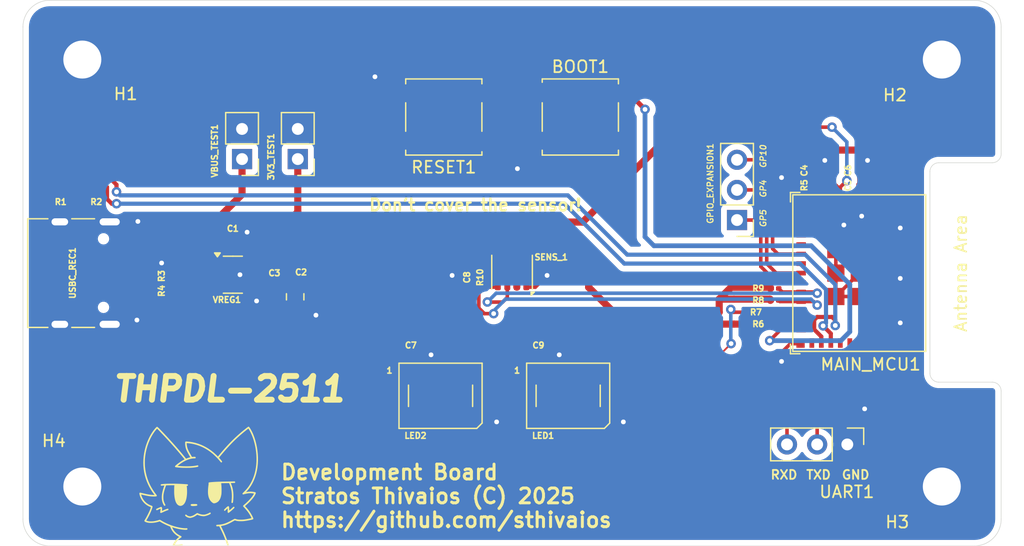
<source format=kicad_pcb>
(kicad_pcb (version 20241229) (generator "pcbnew") (generator_version "9.0")
  (title_block (title "ESP32-Powered BME680 Environmental Sensor IoT Device") (date "2025-11-25") (rev "2.0") (company "Stratos Thivaios (c) 2025") (comment 1 "Rev 2.0 moves the ESP32 module to the edge of the PCB to expose the antenna"))
  (layers (0 "F.Cu" signal) (2 "B.Cu" signal) (13 "F.Paste" user) (15 "B.Paste" user) (5 "F.SilkS" user "F.Silkscreen") (7 "B.SilkS" user "B.Silkscreen") (1 "F.Mask" user) (3 "B.Mask" user) (25 "Edge.Cuts" user))
  (net 0 "")
  (net 1 "GND")
  (net 2 "+3.3V")
  (net 3 "Net-(USBC_REC1-CC1)")
  (net 4 "Net-(USBC_REC1-CC2)")
  (net 5 "ESP32_BOOT_PIN_9")
  (net 6 "ESP32_EN_PIN")
  (net 7 "VBUS")
  (net 8 "GPIO5")
  (net 9 "GPIO4")
  (net 10 "GPIO10")
  (net 11 "SDA")
  (net 12 "SCL")
  (net 13 "Net-(LED1-DOUT)")
  (net 14 "Net-(LED1-DIN)")
  (net 16 "ESP32_LED_DATA_OUT")
  (net 18 "ESP32_RXD")
  (net 20 "USB_D_NEGATIVE")
  (net 27 "ESP32_TXD")
  (net 28 "USB_D_POSITIVE")
  (net 39 "Net-(SENS_1-SDO)")
  (net 41 "Net-(R1-Pad1)")
  (net 42 "Net-(R2-Pad1)")
  (footprint "Button_Switch_SMD:SW_Push_1P1T_NO_CK_KSC7xxJ" (layer "F.Cu") (at 161.55 79.89375 180)
    (property "Reference" "BOOT1")
    (property "Value" "SW_Push")
  )
  (footprint "Capacitor_SMD:C_0201_0603Metric" (layer "F.Cu") (at 135.28 94.122812 -90)
    (property "Reference" "C3")
    (property "Value" "2.2uF")
  )
  (footprint "Capacitor_SMD:C_0201_0603Metric" (layer "F.Cu") (at 147.620593 99.94375)
    (property "Reference" "C7" (hide yes))
    (property "Value" "0.1uF")
  )
  (footprint "Package_TO_SOT_SMD:SOT-23-5" (layer "F.Cu") (at 132.28 93.190312)
    (property "Reference" "VREG1")
    (property "Value" "AP2112K-3.3")
  )
  (footprint "Capacitor_SMD:C_0201_0603Metric" (layer "F.Cu") (at 153.1 92.109062 90)
    (property "Reference" "R10" (hide yes))
    (property "Value" "10k")
  )
  (footprint "Capacitor_SMD:C_0201_0603Metric" (layer "F.Cu") (at 132.28 90.552812 90)
    (property "Reference" "C1")
    (property "Value" "2.2uF")
  )
  (footprint "Capacitor_SMD:C_0201_0603Metric" (layer "F.Cu") (at 158.420593 99.94375)
    (property "Reference" "C9")
    (property "Value" "0.1uF")
  )
  (footprint "Capacitor_SMD:C_0201_0603Metric" (layer "F.Cu") (at 177.94375 97.352812 180)
    (property "Reference" "R6" (hide yes))
    (property "Value" "10k")
  )
  (footprint "Capacitor_SMD:C_0201_0603Metric" (layer "F.Cu") (at 177.94375 96.352812)
    (property "Reference" "R7")
    (property "Value" "330")
  )
  (footprint "PCM_Espressif:ESP32-C3-MINI-1" (layer "F.Cu") (at 187.75 93.052812 -90)
    (property "Reference" "MAIN_MCU1")
    (property "Value" "ESP32-C3-MINI-1")
  )
  (footprint "Connector_PinHeader_2.54mm:PinHeader_1x02_P2.54mm_Vertical" (layer "F.Cu") (at 133.055 83.440312 180)
    (property "Reference" "VBUS_TEST1")
    (property "Value" "Conn_01x02_Pin")
  )
  (footprint "Capacitor_SMD:C_0805_2012Metric" (layer "F.Cu") (at 137.53 95.052812 -90)
    (property "Reference" "C2")
    (property "Value" "100uF")
  )
  (footprint "Capacitor_SMD:C_0201_0603Metric" (layer "F.Cu") (at 177.94375 94.352812 180)
    (property "Reference" "R9" (hide yes))
    (property "Value" "4.7k")
  )
  (footprint "Capacitor_SMD:C_0201_0603Metric" (layer "F.Cu") (at 185.34375 84.652812)
    (property "Reference" "C6")
    (property "Value" "10uF")
  )
  (footprint "Capacitor_SMD:C_0201_0603Metric" (layer "F.Cu") (at 125.03 94.552812)
    (property "Reference" "R4")
    (property "Value" "5.1k")
  )
  (footprint "Capacitor_SMD:C_0201_0603Metric" (layer "F.Cu") (at 177.94375 95.352812 180)
    (property "Reference" "R8" (hide yes))
    (property "Value" "4.7k")
  )
  (footprint "Connector_PinHeader_2.54mm:PinHeader_1x03_P2.54mm_Vertical" (layer "F.Cu") (at 174.75 88.58 180)
    (property "Reference" "GPIO_EXPANSION1")
    (property "Value" "Conn_01x03_Pin" (hide yes))
  )
  (footprint "Graphics:boykisser" (layer "F.Cu") (at 129.4 111)
    (property "Reference" "G***" (hide yes))
    (property "Value" "LOGO" (hide yes))
  )
  (footprint "MountingHole:MountingHole_3.2mm_M3_Pad_TopBottom" (layer "F.Cu") (at 119.599999 111.05)
    (property "Reference" "H4")
    (property "Value" "MountingHole_Pad")
  )
  (footprint "MountingHole:MountingHole_3.2mm_M3_Pad_TopBottom" (layer "F.Cu") (at 192 75.05)
    (property "Reference" "H2")
    (property "Value" "MountingHole_Pad")
  )
  (footprint "Package_LGA:Bosch_LGA-8_3x3mm_P0.8mm_ClockwisePinNumbering" (layer "F.Cu") (at 155.8 93.052812 180)
    (property "Reference" "SENS_1" (hide yes))
    (property "Value" "BME680")
  )
  (footprint "MountingHole:MountingHole_3.2mm_M3_Pad_TopBottom" (layer "F.Cu") (at 119.6 75.05)
    (property "Reference" "H1")
    (property "Value" "MountingHole_Pad")
  )
  (footprint "LED_SMD:LED_WS2812B_PLCC4_5.0x5.0mm_P3.2mm" (layer "F.Cu") (at 149.775593 103.4)
    (property "Reference" "LED2" (hide yes))
    (property "Value" "WS2812B")
  )
  (footprint "Button_Switch_SMD:SW_Push_1P1T_NO_CK_KSC7xxJ" (layer "F.Cu") (at 150.05 79.89375)
    (property "Reference" "RESET1")
    (property "Value" "SW_Push")
  )
  (footprint "Connector_PinHeader_2.54mm:PinHeader_1x02_P2.54mm_Vertical" (layer "F.Cu") (at 137.75 83.440312 180)
    (property "Reference" "3V3_TEST1")
    (property "Value" "Conn_01x02_Pin")
  )
  (footprint "Capacitor_SMD:C_0201_0603Metric" (layer "F.Cu") (at 181.66375 85.652812 180)
    (property "Reference" "R5")
    (property "Value" "10k")
  )
  (footprint "LED_SMD:LED_WS2812B_PLCC4_5.0x5.0mm_P3.2mm" (layer "F.Cu") (at 160.525593 103.4)
    (property "Reference" "LED1" (hide yes))
    (property "Value" "WS2812B")
  )
  (footprint "Capacitor_SMD:C_0201_0603Metric" (layer "F.Cu") (at 152 92.109062 90)
    (property "Reference" "C8")
    (property "Value" "0.1uF")
  )
  (footprint "Capacitor_SMD:C_0201_0603Metric" (layer "F.Cu") (at 181.66375 84.652812 180)
    (property "Reference" "C4")
    (property "Value" "0.1uF")
  )
  (footprint "Connector_PinHeader_2.54mm:PinHeader_1x03_P2.54mm_Vertical" (layer "F.Cu") (at 184.04 107.5 -90)
    (property "Reference" "UART1")
    (property "Value" "Conn_01x03_Pin")
  )
  (footprint "Capacitor_SMD:C_0201_0603Metric" (layer "F.Cu") (at 185.34375 85.652812)
    (property "Reference" "C5")
    (property "Value" "0.1uF")
  )
  (footprint "MountingHole:MountingHole_3.2mm_M3_Pad_TopBottom" (layer "F.Cu") (at 192 111.05)
    (property "Reference" "H3")
    (property "Value" "MountingHole_Pad")
  )
  (footprint "Connector_USB:USB_C_Receptacle_G-Switch_GT-USB-7010ASV" (layer "F.Cu") (at 118.78 93.052812 -90)
    (property "Reference" "USBC_REC1" (hide yes))
    (property "Value" "USB_C_Receptacle" (hide yes))
  )
  (footprint "Capacitor_SMD:C_0201_0603Metric" (layer "F.Cu") (at 118.78 86.647812 90)
    (property "Reference" "R1")
    (property "Value" "27")
  )
  (footprint "Capacitor_SMD:C_0201_0603Metric" (layer "F.Cu") (at 125.03 93.302812)
    (property "Reference" "R3")
    (property "Value" "5.1k")
  )
  (footprint "Capacitor_SMD:C_0201_0603Metric" (layer "F.Cu") (at 119.78 86.647812 90)
    (property "Reference" "R2")
    (property "Value" "27")
  )
  (gr_line (start 116.85 70.052813) (end 194.749999 70.052812) (stroke (width 0.05)) (layer "Edge.Cuts"))
  (gr_arc (start 191.75 102.25) (mid 191.21967 102.03033) (end 191 101.5) (stroke (width 0.05)) (layer "Edge.Cuts"))
  (gr_line (start 194.749999 116.052812) (end 116.849999 116.052812) (stroke (width 0.05)) (layer "Edge.Cuts"))
  (gr_line (start 191.75 83.75) (end 196.25 83.75) (stroke (width 0.05)) (layer "Edge.Cuts"))
  (gr_line (start 197 83) (end 196.999999 72.302812) (stroke (width 0.05)) (layer "Edge.Cuts"))
  (gr_arc (start 116.849999 116.052812) (mid 115.259009 115.393802) (end 114.599999 113.802812) (stroke (width 0.05)) (layer "Edge.Cuts"))
  (gr_arc (start 197 83) (mid 196.78033 83.53033) (end 196.25 83.75) (stroke (width 0.05)) (layer "Edge.Cuts"))
  (gr_line (start 191 84.5) (end 191 101.5) (stroke (width 0.05)) (layer "Edge.Cuts"))
  (gr_line (start 197.000002 103) (end 196.999999 113.802812) (stroke (width 0.05)) (layer "Edge.Cuts"))
  (gr_arc (start 196.999999 113.802812) (mid 196.340989 115.393802) (end 194.749999 116.052812) (stroke (width 0.05)) (layer "Edge.Cuts"))
  (gr_line (start 114.599999 113.802812) (end 114.599999 72.302812) (stroke (width 0.05)) (layer "Edge.Cuts"))
  (gr_arc (start 196.25 102.25) (mid 196.78033 102.46967) (end 197 103) (stroke (width 0.05)) (layer "Edge.Cuts"))
  (gr_arc (start 114.599999 72.302812) (mid 115.259009 70.711822) (end 116.849999 70.052812) (stroke (width 0.05)) (layer "Edge.Cuts"))
  (gr_arc (start 194.749999 70.052812) (mid 196.340989 70.711822) (end 196.999999 72.302812) (stroke (width 0.05)) (layer "Edge.Cuts"))
  (gr_arc (start 191 84.5) (mid 191.21967 83.96967) (end 191.75 83.75) (stroke (width 0.05)) (layer "Edge.Cuts"))
  (gr_line (start 191.75 102.25) (end 196.25 102.25) (stroke (width 0.05)) (layer "Edge.Cuts"))
  (gr_text "\nDevelopment Board\nStratos Thivaios (C) 2025\nhttps://github.com/sthivaios" (at 136.2 114.6 0) (layer "F.SilkS") (effects (font (size 1.25 1.25) (thickness 0.25) (bold yes)) (justify left bottom)))
  (gr_text "GP4" (at 177.25 86.75 90) (layer "F.SilkS") (effects (font (size 0.5 0.5) (thickness 0.1) (bold yes) (italic yes)) (justify left bottom)))
  (gr_text "GND" (at 183.5 110.5 0) (layer "F.SilkS") (effects (font (size 0.75 0.75) (thickness 0.15) (bold yes)) (justify left bottom)))
  (gr_text "GP5" (at 177.25 89.25 90) (layer "F.SilkS") (effects (font (size 0.5 0.5) (thickness 0.1) (bold yes) (italic yes)) (justify left bottom)))
  (gr_text "THPDL-2511" (at 122 104 0) (layer "F.SilkS") (effects (font (size 2 2) (thickness 0.5) (bold yes) (italic yes)) (justify left bottom)))
  (gr_text "GP10" (at 177.25 84.25 90) (layer "F.SilkS") (effects (font (size 0.5 0.5) (thickness 0.1) (bold yes) (italic yes)) (justify left bottom)))
  (gr_text "RXD" (at 177.5 110.5 0) (layer "F.SilkS") (effects (font (size 0.75 0.75) (thickness 0.15) (bold yes)) (justify left bottom)))
  (gr_text "Don't cover the sensor!" (at 143.65 87.9 0) (layer "F.SilkS") (effects (font (size 1 1) (thickness 0.2) (bold yes)) (justify left bottom)))
  (gr_text "TXD" (at 180.5 110.5 0) (layer "F.SilkS") (effects (font (size 0.75 0.75) (thickness 0.15) (bold yes)) (justify left bottom)))
  (segment (start 165.175593 105.6) (end 173.4 105.6) (width 0.3) (layer "F.Cu") (net 1))
  (segment (start 164.975593 105.6) (end 164.425593 105.05) (width 0.3) (layer "F.Cu") (net 1))
  (segment (start 156.25 82.5) (end 156.85625 81.89375) (width 0.3) (layer "F.Cu") (net 1))
  (segment (start 132.28 90.232812) (end 132.85 90.232812) (width 0.4) (layer "F.Cu") (net 1))
  (segment (start 156.25 84.25) (end 156.25 82.5) (width 0.3) (layer "F.Cu") (net 1))
  (segment (start 148.975593 99.94375) (end 147.940593 99.94375) (width 0.3) (layer "F.Cu") (net 1))
  (segment (start 190 87.102812) (end 190 99.002812) (width 0.3) (layer "F.Cu") (net 1))
  (segment (start 178.5 85) (end 178.5 86) (width 0.3) (layer "F.Cu") (net 1))
  (segment (start 183.75 89) (end 184.5 89) (width 0.3) (layer "F.Cu") (net 1))
  (segment (start 188.25 87.152812) (end 189.95 87.152812) (width 0.3) (layer "F.Cu") (net 1))
  (segment (start 184.5 104.5) (end 185.5 104.5) (width 0.3) (layer "F.Cu") (net 1))
  (segment (start 157.759688 94.240312) (end 158.75 93.25) (width 0.3) (layer "F.Cu") (net 1))
  (segment (start 187.025 91.077812) (end 187.025 95.027812) (width 0.3) (layer "F.Cu") (net 1))
  (segment (start 185.02375 84.272812) (end 185.02375 84.652812) (width 0.3) (layer "F.Cu") (net 1))
  (segment (start 185.25 88.25) (end 186.5 88.25) (width 0.3) (layer "F.Cu") (net 1))
  (segment (start 178.5 99.75) (end 179.247188 99.002812) (width 0.3) (layer "F.Cu") (net 1))
  (segment (start 152.225593 105.05) (end 153.95 105.05) (width 0.3) (layer "F.Cu") (net 1))
  (segment (start 159.775593 99.94375) (end 158.740593 99.94375) (width 0.3) (layer "F.Cu") (net 1))
  (segment (start 181.05 89.454812) (end 181.05 87.152812) (width 0.3) (layer "F.Cu") (net 1))
  (segment (start 135.28 95.002812) (end 134.88 95.402812) (width 0.3) (layer "F.Cu") (net 1))
  (segment (start 188.5 96.75) (end 188.5 97.25) (width 0.3) (layer "F.Cu") (net 1))
  (segment (start 125.35 94.552812) (end 125.35 93.302812) (width 0.4) (layer "F.Cu") (net 1))
  (segment (start 188.852812 93.852812) (end 188.5 93.5) (width 0.3) (layer "F.Cu") (net 1))
  (segment (start 189.95 87.152812) (end 190 87.102812) (width 0.3) (layer "F.Cu") (net 1))
  (segment (start 147.15 77.89375) (end 152.95 77.89375) (width 0.3) (layer "F.Cu") (net 1))
  (segment (start 179.602812 87.102812) (end 180.1 87.102812) (width 0.3) (layer "F.Cu") (net 1))
  (segment (start 138.68 96.002812) (end 139.28 96.602812) (width 0.3) (layer "F.Cu") (net 1))
  (segment (start 181.85 89.852812) (end 183.075 91.077812) (width 0.3) (layer "F.Cu") (net 1))
  (segment (start 184.04 104.96) (end 184.5 104.5) (width 0.3) (layer "F.Cu") (net 1))
  (segment (start 164.425593 105.05) (end 162.975593 105.05) (width 0.3) (layer "F.Cu") (net 1))
  (segment (start 189.95 96.252812) (end 189.002812 96.252812) (width 0.3) (layer "F.Cu") (net 1))
  (segment (start 144.25 76.5) (end 145.64375 77.89375) (width 0.3) (layer "F.Cu") (net 1))
  (segment (start 131.1425 93.190312) (end 132.88 93.190312) (width 0.4) (layer "F.Cu") (net 1))
  (segment (start 156.85625 81.89375) (end 158.65 81.89375) (width 0.3) (layer "F.Cu") (net 1))
  (segment (start 189.05 87.152812) (end 189.05 88.7) (width 0.3) (layer "F.Cu") (net 1))
  (segment (start 184.5 89) (end 185.05 89.55) (width 0.3) (layer "F.Cu") (net 1))
  (segment (start 187.025 95.027812) (end 183.075 95.027812) (width 0.3) (layer "F.Cu") (net 1))
  (segment (start 157 94.240312) (end 157.759688 94.240312) (width 0.3) (layer "F.Cu") (net 1))
  (segment (start 185.74375 83.552812) (end 185.02375 84.272812) (width 0.3) (layer "F.Cu") (net 1))
  (segment (start 178.5 86) (end 179.602812 87.102812) (width 0.3) (layer "F.Cu") (net 1))
  (segment (start 187.025 88.775) (end 187.025 91.077812) (width 0.3) (layer "F.Cu") (net 1))
  (segment (start 189.05 88.7) (end 188.5 89.25) (width 0.3) (layer "F.Cu") (net 1))
  (segment (start 153.95 105.05) (end 154.5 105.6) (width 0.3) (layer "F.Cu") (net 1))
  (segment (start 180.652 89.852812) (end 181.05 89.454812) (width 0.3) (layer "F.Cu") (net 1))
  (segment (start 122.505 96.252812) (end 123.44 96.252812) (width 0.4) (layer "F.Cu") (net 1))
  (segment (start 135.28 94.442812) (end 135.28 95.002812) (width 0.3) (layer "F.Cu") (net 1))
  (segment (start 152 92.429062) (end 153.1 92.429062) (width 0.4) (layer "F.Cu") (net 1))
  (segment (start 156.2 92.127811) (end 157 92.927811) (width 0.3) (layer "F.Cu") (net 1))
  (segment (start 173.4 105.6) (end 178.5 100.5) (width 0.3) (layer "F.Cu") (net 1))
  (segment (start 181.05 87.152812) (end 180.15 87.152812) (width 0.3) (layer "F.Cu") (net 1))
  (segment (start 189.95 93.852812) (end 188.852812 93.852812) (width 0.3) (layer "F.Cu") (net 1))
  (segment (start 124.28 88.696562) (end 123.66125 88.696562) (width 0.3) (layer "F.Cu") (net 1))
  (segment (start 179.247188 99.002812) (end 180.1 99.002812) (width 0.3) (layer "F.Cu") (net 1))
  (segment (start 186.5 88.25) (end 187.025 88.775) (width 0.3) (layer "F.Cu") (net 1))
  (segment (start 187.025 91.077812) (end 183.075 91.077812) (width 0.3) (layer "F.Cu") (net 1))
  (segment (start 184.04 107.5) (end 184.04 104.96) (width 0.3) (layer "F.Cu") (net 1))
  (segment (start 165.175593 105.6) (end 164.975593 105.6) (width 0.3) (layer "F.Cu") (net 1))
  (segment (start 189 96.25) (end 188.5 96.75) (width 0.3) (layer "F.Cu") (net 1))
  (segment (start 137.53 96.002812) (end 138.68 96.002812) (width 0.3) (layer "F.Cu") (net 1))
  (segment (start 134.88 95.402812) (end 134.28 95.402812) (width 0.3) (layer "F.Cu") (net 1))
  (segment (start 156.2 91.865312) (end 156.2 92.127811) (width 0.3) (layer "F.Cu") (net 1))
  (segment (start 132.85 90.232812) (end 133.48 89.602812) (width 0.4) (layer "F.Cu") (net 1))
  (segment (start 145.64375 77.89375) (end 147.15 77.89375) (width 0.3) (layer "F.Cu") (net 1))
  (segment (start 180.15 87.152812) (end 180.1 87.102812) (width 0.3) (layer "F.Cu") (net 1))
  (segment (start 187.025 91.077812) (end 183.075 95.027812) (width 0.3) (layer "F.Cu") (net 1))
  (segment (start 183.075 91.077812) (end 183.075 95.027812) (width 0.3) (layer "F.Cu") (net 1))
  (segment (start 125.35 93.132812) (end 126.28 92.202812) (width 0.4) (layer "F.Cu") (net 1))
  (segment (start 152 92.429062) (end 151.570938 92.429062) (width 0.4) (layer "F.Cu") (net 1))
  (segment (start 125.35 93.302812) (end 125.35 93.132812) (width 0.4) (layer "F.Cu") (net 1))
  (segment (start 185.05 89.55) (end 185.05 91.077812) (width 0.3) (layer "F.Cu") (net 1))
  (segment (start 180.15 89.852812) (end 180.652 89.852812) (width 0.3) (layer "F.Cu") (net 1))
  (segment (start 178.5 100.5) (end 178.5 99.75) (width 0.3) (layer "F.Cu") (net 1))
  (segment (start 185.02375 84.652812) (end 185.02375 85.652812) (width 0.3) (layer "F.Cu") (net 1))
  (segment (start 123.66125 88.696562) (end 122.505 89.852812) (width 0.3) (layer "F.Cu") (net 1))
  (segment (start 157 92.927811) (end 157 94.240312) (width 0.3) (layer "F.Cu") (net 1))
  (segment (start 182.14375 83.552812) (end 181.34375 84.352812) (width 0.3) (layer "F.Cu") (net 1))
  (segment (start 123.44 96.252812) (end 124.2 97.012812) (width 0.4) (layer "F.Cu") (net 1))
  (segment (start 183.075 91.077812) (end 187.025 95.027812) (width 0.3) (layer "F.Cu") (net 1))
  (segment (start 151.570938 92.429062) (end 150.75 93.25) (width 0.4) (layer "F.Cu") (net 1))
  (segment (start 158.65 81.89375) (end 164.45 81.89375) (width 0.3) (layer "F.Cu") (net 1))
  (segment (start 181.34375 84.352812) (end 181.34375 84.652812) (width 0.3) (layer "F.Cu") (net 1))
  (segment (start 189.002812 96.252812) (end 189 96.25) (width 0.3) (layer "F.Cu") (net 1))
  (segment (start 180.15 89.852812) (end 181.85 89.852812) (width 0.3) (layer "F.Cu") (net 1))
  (via (at 144.25 76.5) (size 0.8) (drill 0.4) (layers "F.Cu" "B.Cu") (net 1))
  (via (at 126.28 92.202812) (size 0.8) (drill 0.4) (layers "F.Cu" "B.Cu") (net 1))
  (via (at 178.5 100.5) (size 0.8) (drill 0.4) (layers "F.Cu" "B.Cu") (net 1))
  (via (at 188.5 97.25) (size 0.8) (drill 0.4) (layers "F.Cu" "B.Cu") (net 1))
  (via (at 158.75 93.25) (size 0.8) (drill 0.4) (layers "F.Cu" "B.Cu") (net 1))
  (via (at 133.48 89.602812) (size 0.8) (drill 0.4) (layers "F.Cu" "B.Cu") (net 1))
  (via (at 156.25 84.25) (size 0.8) (drill 0.4) (layers "F.Cu" "B.Cu") (net 1))
  (via (at 188.5 93.5) (size 0.8) (drill 0.4) (layers "F.Cu" "B.Cu") (net 1))
  (via (at 188.5 89.25) (size 0.8) (drill 0.4) (layers "F.Cu" "B.Cu") (net 1))
  (via (at 124.28 88.696562) (size 0.8) (drill 0.4) (layers "F.Cu" "B.Cu") (net 1))
  (via (at 139.28 96.602812) (size 0.8) (drill 0.4) (layers "F.Cu" "B.Cu") (net 1))
  (via (at 185.25 88.25) (size 0.8) (drill 0.4) (layers "F.Cu" "B.Cu") (net 1))
  (via (at 183.75 89) (size 0.8) (drill 0.4) (layers "F.Cu" "B.Cu") (net 1))
  (via (at 185.5 104.5) (size 0.8) (drill 0.4) (layers "F.Cu" "B.Cu") (net 1))
  (via (at 178.5 85) (size 0.8) (drill 0.4) (layers "F.Cu" "B.Cu") (net 1))
  (via (at 150.75 93.25) (size 0.8) (drill 0.4) (layers "F.Cu" "B.Cu") (net 1))
  (via (at 159.775593 99.94375) (size 0.8) (drill 0.4) (layers "F.Cu" "B.Cu") (net 1))
  (via (at 148.975593 99.94375) (size 0.8) (drill 0.4) (layers "F.Cu" "B.Cu") (net 1))
  (via (at 165.175593 105.6) (size 0.8) (drill 0.4) (layers "F.Cu" "B.Cu") (net 1))
  (via (at 154.5 105.6) (size 0.8) (drill 0.4) (layers "F.Cu" "B.Cu") (net 1))
  (via (at 134.28 95.402812) (size 0.8) (drill 0.4) (layers "F.Cu" "B.Cu") (net 1))
  (via (at 185.74375 83.552812) (size 0.8) (drill 0.4) (layers "F.Cu" "B.Cu") (net 1))
  (via (at 124.2 97.012812) (size 0.8) (drill 0.4) (layers "F.Cu" "B.Cu") (net 1))
  (via (at 132.88 93.190312) (size 0.8) (drill 0.4) (layers "F.Cu" "B.Cu") (net 1))
  (via (at 182.14375 83.552812) (size 0.8) (drill 0.4) (layers "F.Cu" "B.Cu") (net 1))
  (segment (start 173.25 95.25) (end 174.25 94.25) (width 0.6) (layer "F.Cu") (net 2))
  (segment (start 181.5 82.681812) (end 180.318188 82.681812) (width 0.6) (layer "F.Cu") (net 2))
  (segment (start 152.951 90.258062) (end 152.258062 90.258062) (width 0.6) (layer "F.Cu") (net 2))
  (segment (start 147.5 91.440312) (end 137.78 91.440312) (width 0.6) (layer "F.Cu") (net 2))
  (segment (start 159 88.75) (end 160 88.75) (width 0.6) (layer "F.Cu") (net 2))
  (segment (start 173.25 95.25) (end 174.5 95.25) (width 0.6) (layer "F.Cu") (net 2))
  (segment (start 174.25 94.25) (end 177.520938 94.25) (width 0.6) (layer "F.Cu") (net 2))
  (segment (start 155.4 91.865312) (end 155.4 91.009062) (width 0.6) (layer "F.Cu") (net 2))
  (segment (start 137.75 87.907812) (end 134.2175 91.440312) (width 0.6) (layer "F.Cu") (net 2))
  (segment (start 186.597188 84.652812) (end 187 84.25) (width 0.6) (layer "F.Cu") (net 2))
  (segment (start 154.649 90.258062) (end 152.951 90.258062) (width 0.6) (layer "F.Cu") (net 2))
  (segment (start 177.56275 94.291812) (end 177.56275 94.352812) (width 0.6) (layer "F.Cu") (net 2))
  (segment (start 180.318188 82.681812) (end 179.75 83.25) (width 0.6) (layer "F.Cu") (net 2))
  (segment (start 185.75475 84.652812) (end 186.597188 84.652812) (width 0.6) (layer "F.Cu") (net 2))
  (segment (start 133.4175 92.240312) (end 134.2175 91.440312) (width 0.6) (layer "F.Cu") (net 2))
  (segment (start 187.45 87.152812) (end 187.45 86.152812) (width 0.6) (layer "F.Cu") (net 2))
  (segment (start 147.5 90.75) (end 149.5 88.75) (width 0.6) (layer "F.Cu") (net 2))
  (segment (start 134.889 93.711812) (end 133.4175 92.240312) (width 0.6) (layer "F.Cu") (net 2))
  (segment (start 180.152812 85.652812) (end 181.28275 85.652812) (width 0.6) (layer "F.Cu") (net 2))
  (segment (start 181.5 82.681812) (end 181.431812 82.681812) (width 0.6) (layer "F.Cu") (net 2))
  (segment (start 185.75475 85.652812) (end 185.75475 84.652812) (width 0.6) (layer "F.Cu") (net 2))
  (segment (start 157 91.51405) (end 155.744012 90.258062) (width 0.6) (layer "F.Cu") (net 2))
  (segment (start 149.440312 91.440312) (end 147.5 91.440312) (width 0.6) (layer "F.Cu") (net 2))
  (segment (start 187 83) (end 186.681812 82.681812) (width 0.6) (layer "F.Cu") (net 2))
  (segment (start 179.75 83.25) (end 179.75 85.25) (width 0.6) (layer "F.Cu") (net 2))
  (segment (start 134.2175 91.440312) (end 137.78 91.440312) (width 0.6) (layer "F.Cu") (net 2))
  (segment (start 181.431812 82.681812) (end 180.25 81.5) (width 0.6) (layer "F.Cu") (net 2))
  (segment (start 187 84.25) (end 187 83) (width 0.6) (layer "F.Cu") (net 2))
  (segment (start 162.25 91) (end 162.25 94.25) (width 0.6) (layer "F.Cu") (net 2))
  (segment (start 187.45 86.077812) (end 187.45 87.152812) (width 0.6) (layer "F.Cu") (net 2))
  (segment (start 147.5 91.440312) (end 147.5 90.75) (width 0.6) (layer "F.Cu") (net 2))
  (segment (start 160 88.75) (end 162.25 91) (width 0.6) (layer "F.Cu") (net 2))
  (segment (start 169 81.5) (end 161.75 88.75) (width 0.6) (layer "F.Cu") (net 2))
  (segment (start 157 91.865312) (end 157 91.51405) (width 0.6) (layer "F.Cu") (net 2))
  (segment (start 150.630624 90.25) (end 149.440312 91.440312) (width 0.6) (layer "F.Cu") (net 2))
  (segment (start 177.520938 94.25) (end 177.56275 94.291812) (width 0.6) (layer "F.Cu") (net 2))
  (segment (start 155.4 92.4) (end 156.2 93.2) (width 0.6) (layer "F.Cu") (net 2))
  (segment (start 173.25 96.352812) (end 173.25 95.25) (width 0.6) (layer "F.Cu") (net 2))
  (segment (start 187.45 86.152812) (end 186.95 85.652812) (width 0.6) (layer "F.Cu") (net 2))
  (segment (start 177.56275 95.291812) (end 177.56275 95.352812) (width 0.6) (layer "F.Cu") (net 2))
  (segment (start 174.5 95.25) (end 177.520938 95.25) (width 0.6) (layer "F.Cu") (net 2))
  (segment (start 162.25 94.25) (end 165.352812 97.352812) (width 0.6) (layer "F.Cu") (net 2))
  (segment (start 149.5 88.75) (end 159 88.75) (width 0.6) (layer "F.Cu") (net 2))
  (segment (start 137.139 93.711812) (end 134.889 93.711812) (width 0.6) (layer "F.Cu") (net 2))
  (segment (start 186.95 85.652812) (end 185.75475 85.652812) (width 0.6) (layer "F.Cu") (net 2))
  (segment (start 179.75 85.25) (end 180.152812 85.652812) (width 0.6) (layer "F.Cu") (net 2))
  (segment (start 155.4 91.865312) (end 155.4 92.4) (width 0.6) (layer "F.Cu") (net 2))
  (segment (start 165.352812 97.352812) (end 174.5 97.352812) (width 0.6) (layer "F.Cu") (net 2))
  (segment (start 161.75 88.75) (end 159 88.75) (width 0.6) (layer "F.Cu") (net 2))
  (segment (start 180.25 81.5) (end 169 81.5) (width 0.6) (layer "F.Cu") (net 2))
  (segment (start 152.258062 90.258062) (end 152.25 90.25) (width 0.6) (layer "F.Cu") (net 2))
  (segment (start 152 91.209062) (end 152 91.698062) (width 0.6) (layer "F.Cu") (net 2))
  (segment (start 152.951 90.258062) (end 152 91.209062) (width 0.6) (layer "F.Cu") (net 2))
  (segment (start 186.681812 82.681812) (end 181.5 82.681812) (width 0.6) (layer "F.Cu") (net 2))
  (segment (start 155.744012 90.258062) (end 154.649 90.258062) (width 0.6) (layer "F.Cu") (net 2))
  (segment (start 137.53 94.102812) (end 137.139 93.711812) (width 0.6) (layer "F.Cu") (net 2))
  (segment (start 152.25 90.25) (end 150.630624 90.25) (width 0.6) (layer "F.Cu") (net 2))
  (segment (start 177.520938 95.25) (end 177.56275 95.291812) (width 0.6) (layer "F.Cu") (net 2))
  (segment (start 172.25 97.352812) (end 173.25 96.352812) (width 0.6) (layer "F.Cu") (net 2))
  (segment (start 156.2 93.2) (end 156.2 94.240312) (width 0.6) (layer "F.Cu") (net 2))
  (segment (start 174.5 97.352812) (end 177.56275 97.352812) (width 0.6) (layer "F.Cu") (net 2))
  (segment (start 155.4 91.009062) (end 154.649 90.258062) (width 0.6) (layer "F.Cu") (net 2))
  (segment (start 137.75 83.440312) (end 137.75 87.907812) (width 0.6) (layer "F.Cu") (net 2))
  (segment (start 123.53 92.052812) (end 123.53 92.802812) (width 0.3) (layer "F.Cu") (net 3))
  (segment (start 123.53 92.802812) (end 124.03 93.302812) (width 0.3) (layer "F.Cu") (net 3))
  (segment (start 124.03 93.302812) (end 124.71 93.302812) (width 0.3) (layer "F.Cu") (net 3))
  (segment (start 122.505 91.802812) (end 123.28 91.802812) (width 0.3) (layer "F.Cu") (net 3))
  (segment (start 123.28 91.802812) (end 123.53 92.052812) (width 0.3) (layer "F.Cu") (net 3))
  (segment (start 122.505 94.802812) (end 123.28 94.802812) (width 0.3) (layer "F.Cu") (net 4))
  (segment (start 123.53 94.552812) (end 124.71 94.552812) (width 0.3) (layer "F.Cu") (net 4))
  (segment (start 123.28 94.802812) (end 123.53 94.552812) (width 0.3) (layer "F.Cu") (net 4))
  (segment (start 178.26375 97.98625) (end 178.26375 97.352812) (width 0.3) (layer "F.Cu") (net 5))
  (segment (start 180.15 97.052812) (end 178.56375 97.052812) (width 0.3) (layer "F.Cu") (net 5))
  (segment (start 158.65 77.89375) (end 164.45 77.89375) (width 0.4) (layer "F.Cu") (net 5))
  (segment (start 178.56375 97.052812) (end 178.26375 97.352812) (width 0.3) (layer "F.Cu") (net 5))
  (segment (start 164.45 77.89375) (end 165.64375 77.89375) (width 0.4) (layer "F.Cu") (net 5))
  (segment (start 165.64375 77.89375) (end 167 79.25) (width 0.4) (layer "F.Cu") (net 5))
  (segment (start 177.5 98.75) (end 178.26375 97.98625) (width 0.3) (layer "F.Cu") (net 5))
  (via (at 167 79.25) (size 0.8) (drill 0.4) (layers "F.Cu" "B.Cu") (net 5))
  (via (at 177.5 98.75) (size 0.8) (drill 0.4) (layers "F.Cu" "B.Cu") (net 5))
  (segment (start 181 90.75) (end 184.25 94) (width 0.4) (layer "B.Cu") (net 5))
  (segment (start 167.75 90.75) (end 181 90.75) (width 0.4) (layer "B.Cu") (net 5))
  (segment (start 167 79.25) (end 167 90) (width 0.4) (layer "B.Cu") (net 5))
  (segment (start 183.5 98.75) (end 177.5 98.75) (width 0.4) (layer "B.Cu") (net 5))
  (segment (start 167 90) (end 167.75 90.75) (width 0.4) (layer "B.Cu") (net 5))
  (segment (start 184.25 94) (end 184.25 98) (width 0.4) (layer "B.Cu") (net 5))
  (segment (start 184.25 98) (end 183.5 98.75) (width 0.4) (layer "B.Cu") (net 5))
  (segment (start 168.25 74.75) (end 169.75 76.25) (width 0.3) (layer "F.Cu") (net 6))
  (segment (start 147.15 81.89375) (end 152.95 81.89375) (width 0.3) (layer "F.Cu") (net 6))
  (segment (start 171 80.75) (end 182.75 80.75) (width 0.3) (layer "F.Cu") (net 6))
  (segment (start 157.25 74.75) (end 168.25 74.75) (width 0.3) (layer "F.Cu") (net 6))
  (segment (start 183.09375 85.652812) (end 181.98375 85.652812) (width 0.3) (layer "F.Cu") (net 6))
  (segment (start 152.95 81.89375) (end 154.85625 81.89375) (width 0.3) (layer "F.Cu") (net 6))
  (segment (start 169.75 76.25) (end 169.75 79.5) (width 0.3) (layer "F.Cu") (net 6))
  (segment (start 181.98375 85.652812) (end 181.98375 84.652812) (width 0.3) (layer "F.Cu") (net 6))
  (segment (start 183.45 85.8) (end 184 85.25) (width 0.3) (layer "F.Cu") (net 6))
  (segment (start 155.75 76.25) (end 157.25 74.75) (width 0.3) (layer "F.Cu") (net 6))
  (segment (start 183.45 87.152812) (end 183.45 86.75) (width 0.3) (layer "F.Cu") (net 6))
  (segment (start 154.85625 81.89375) (end 155.75 81) (width 0.3) (layer "F.Cu") (net 6))
  (segment (start 183.45 86.75) (end 183.45 86.009062) (width 0.3) (layer "F.Cu") (net 6))
  (segment (start 183.45 86.009062) (end 183.45 85.8) (width 0.3) (layer "F.Cu") (net 6))
  (segment (start 169.75 79.5) (end 171 80.75) (width 0.3) (layer "F.Cu") (net 6))
  (segment (start 183.45 86.009062) (end 183.09375 85.652812) (width 0.3) (layer "F.Cu") (net 6))
  (segment (start 155.75 81) (end 155.75 76.25) (width 0.3) (layer "F.Cu") (net 6))
  (via (at 182.75 80.75) (size 0.8) (drill 0.4) (layers "F.Cu" "B.Cu") (net 6))
  (via (at 184 85.25) (size 0.8) (drill 0.4) (layers "F.Cu" "B.Cu") (net 6))
  (segment (start 184 82) (end 184 85.25) (width 0.3) (layer "B.Cu") (net 6))
  (segment (start 182.75 80.75) (end 184 82) (width 0.3) (layer "B.Cu") (net 6))
  (segment (start 156.325593 100) (end 158.075593 101.75) (width 0.6) (layer "F.Cu") (net 7))
  (segment (start 131.1425 92.240312) (end 131.5925 92.240312) (width 0.6) (layer "F.Cu") (net 7))
  (segment (start 129 94.140312) (end 130.53 94.140312) (width 0.6) (layer "F.Cu") (net 7))
  (segment (start 122.505 90.652812) (end 126.88 90.652812) (width 0.6) (layer "F.Cu") (net 7))
  (segment (start 129.979 92.766502) (end 129.979 93.614122) (width 0.6) (layer "F.Cu") (net 7))
  (segment (start 131.1425 92.240312) (end 130.50519 92.240312) (width 0.6) (layer "F.Cu") (net 7))
  (segment (start 130.50519 94.140312) (end 131.1425 94.140312) (width 0.6) (layer "F.Cu") (net 7))
  (segment (start 147.325593 101.75) (end 147.209593 101.634) (width 0.6) (layer "F.Cu") (net 7))
  (segment (start 140.8 98.2) (end 133.059688 98.2) (width 0.6) (layer "F.Cu") (net 7))
  (segment (start 131.1425 88.327812) (end 133.055 86.415312) (width 0.6) (layer "F.Cu") (net 7))
  (segment (start 147.325593 101.75) (end 144.35 101.75) (width 0.6) (layer "F.Cu") (net 7))
  (segment (start 156.325593 100) (end 150.975593 100) (width 0.6) (layer "F.Cu") (net 7))
  (segment (start 126.08 95.452812) (end 127.13 95.452812) (width 0.6) (layer "F.Cu") (net 7))
  (segment (start 144.35 101.75) (end 140.8 98.2) (width 0.6) (layer "F.Cu") (net 7))
  (segment (start 132.28 91.552812) (end 132.28 90.963812) (width 0.6) (layer "F.Cu") (net 7))
  (segment (start 126.88 90.652812) (end 128.4675 92.240312) (width 0.6) (layer "F.Cu") (net 7))
  (segment (start 130.50519 92.240312) (end 129.979 92.766502) (width 0.6) (layer "F.Cu") (net 7))
  (segment (start 147.209593 101.634) (end 147.209593 99.94375) (width 0.6) (layer "F.Cu") (net 7))
  (segment (start 128.4675 92.240312) (end 131.1425 92.240312) (width 0.6) (layer "F.Cu") (net 7))
  (segment (start 131.73 92.240312) (end 131.1425 92.240312) (width 0.6) (layer "F.Cu") (net 7))
  (segment (start 122.505 95.452812) (end 126.08 95.452812) (width 0.6) (layer "F.Cu") (net 7))
  (segment (start 133.059688 98.2) (end 129 94.140312) (width 0.6) (layer "F.Cu") (net 7))
  (segment (start 127.13 95.452812) (end 128.4425 94.140312) (width 0.6) (layer "F.Cu") (net 7))
  (segment (start 128.4425 94.140312) (end 129 94.140312) (width 0.6) (layer "F.Cu") (net 7))
  (segment (start 149.225593 101.75) (end 150.975593 100) (width 0.6) (layer "F.Cu") (net 7))
  (segment (start 158.009593 101.684) (end 158.009593 99.94375) (width 0.6) (layer "F.Cu") (net 7))
  (segment (start 131.5925 92.240312) (end 132.28 91.552812) (width 0.6) (layer "F.Cu") (net 7))
  (segment (start 147.325593 101.75) (end 149.225593 101.75) (width 0.6) (layer "F.Cu") (net 7))
  (segment (start 129.979 93.614122) (end 130.50519 94.140312) (width 0.6) (layer "F.Cu") (net 7))
  (segment (start 130.53 94.196562) (end 130.53 94.140312) (width 0.6) (layer "F.Cu") (net 7))
  (segment (start 130.53 94.140312) (end 131.1425 94.140312) (width 0.6) (layer "F.Cu") (net 7))
  (segment (start 133.055 86.415312) (end 133.055 83.440312) (width 0.6) (layer "F.Cu") (net 7))
  (segment (start 131.1425 92.240312) (end 131.1425 88.327812) (width 0.6) (layer "F.Cu") (net 7))
  (segment (start 158.075593 101.75) (end 158.009593 101.684) (width 0.6) (layer "F.Cu") (net 7))
  (segment (start 176.75 89.25) (end 176.08 88.58) (width 0.3) (layer "F.Cu") (net 8))
  (segment (start 179.926188 93.629) (end 177.879 93.629) (width 0.3) (layer "F.Cu") (net 8))
  (segment (start 176.08 88.58) (end 174.75 88.58) (width 0.3) (layer "F.Cu") (net 8))
  (segment (start 177.879 93.629) (end 176.75 92.5) (width 0.3) (layer "F.Cu") (net 8))
  (segment (start 180.15 93.852812) (end 179.926188 93.629) (width 0.3) (layer "F.Cu") (net 8))
  (segment (start 176.75 92.5) (end 176.75 89.25) (width 0.3) (layer "F.Cu") (net 8))
  (segment (start 180.15 93.052812) (end 178.052812 93.052812) (width 0.3) (layer "F.Cu") (net 9))
  (segment (start 176.54 86.04) (end 174.75 86.04) (width 0.3) (layer "F.Cu") (net 9))
  (segment (start 177.25 86.75) (end 176.54 86.04) (width 0.3) (layer "F.Cu") (net 9))
  (segment (start 178.052812 93.052812) (end 177.25 92.25) (width 0.3) (layer "F.Cu") (net 9))
  (segment (start 177.25 92.25) (end 177.25 86.75) (width 0.3) (layer "F.Cu") (net 9))
  (segment (start 177.75 91) (end 177.75 84.25) (width 0.3) (layer "F.Cu") (net 10))
  (segment (start 177.75 84.25) (end 177 83.5) (width 0.3) (layer "F.Cu") (net 10))
  (segment (start 180.15 91.452812) (end 178.202812 91.452812) (width 0.3) (layer "F.Cu") (net 10))
  (segment (start 178.202812 91.452812) (end 177.75 91) (width 0.3) (layer "F.Cu") (net 10))
  (segment (start 177 83.5) (end 174.75 83.5) (width 0.3) (layer "F.Cu") (net 10))
  (segment (start 153.72 95.490883) (end 153.729117 95.5) (width 0.3) (layer "F.Cu") (net 11))
  (segment (start 178.56375 94.652812) (end 180.15 94.652812) (width 0.3) (layer "F.Cu") (net 11))
  (segment (start 155 95.5) (end 155.4 95.1) (width 0.3) (layer "F.Cu") (net 11))
  (segment (start 181.402812 94.652812) (end 181.5 94.75) (width 0.3) (layer "F.Cu") (net 11))
  (segment (start 180.15 94.652812) (end 181.402812 94.652812) (width 0.3) (layer "F.Cu") (net 11))
  (segment (start 155.4 95.1) (end 155.4 94.240312) (width 0.3) (layer "F.Cu") (net 11))
  (segment (start 178.26375 94.352812) (end 178.56375 94.652812) (width 0.3) (layer "F.Cu") (net 11))
  (segment (start 153.729117 95.5) (end 155 95.5) (width 0.3) (layer "F.Cu") (net 11))
  (via (at 181.5 94.75) (size 0.8) (drill 0.4) (layers "F.Cu" "B.Cu") (net 11))
  (via (at 153.72 95.490883) (size 0.8) (drill 0.4) (layers "F.Cu" "B.Cu") (net 11))
  (segment (start 153.72 95.490883) (end 154.460883 94.75) (width 0.3) (layer "B.Cu") (net 11))
  (segment (start 154.460883 94.75) (end 181.5 94.75) (width 0.3) (layer "B.Cu") (net 11))
  (segment (start 180.15 95.452812) (end 178.36375 95.452812) (width 0.3) (layer "F.Cu") (net 12))
  (segment (start 178.36375 95.452812) (end 178.26375 95.352812) (width 0.3) (layer "F.Cu") (net 12))
  (segment (start 153 94.75) (end 153 96) (width 0.3) (layer "F.Cu") (net 12))
  (segment (start 153.509688 94.240312) (end 153 94.75) (width 0.3) (layer "F.Cu") (net 12))
  (segment (start 181.202812 95.452812) (end 181.5 95.75) (width 0.3) (layer "F.Cu") (net 12))
  (segment (start 180.15 95.452812) (end 181.202812 95.452812) (width 0.3) (layer "F.Cu") (net 12))
  (segment (start 154.6 94.240312) (end 153.509688 94.240312) (width 0.3) (layer "F.Cu") (net 12))
  (segment (start 153 96) (end 153.470003 96.470003) (width 0.3) (layer "F.Cu") (net 12))
  (segment (start 153.470003 96.470003) (end 154.25 96.470003) (width 0.3) (layer "F.Cu") (net 12))
  (via (at 154.25 96.470003) (size 0.8) (drill 0.4) (layers "F.Cu" "B.Cu") (net 12))
  (via (at 181.5 95.75) (size 0.8) (drill 0.4) (layers "F.Cu" "B.Cu") (net 12))
  (segment (start 155.25 95.25) (end 180.980352 95.25) (width 0.3) (layer "B.Cu") (net 12))
  (segment (start 180.980352 95.25) (end 181.480352 95.75) (width 0.3) (layer "B.Cu") (net 12))
  (segment (start 181.480352 95.75) (end 181.5 95.75) (width 0.3) (layer "B.Cu") (net 12))
  (segment (start 154.25 96.470003) (end 154.25 96.25) (width 0.3) (layer "B.Cu") (net 12))
  (segment (start 154.25 96.25) (end 155.25 95.25) (width 0.3) (layer "B.Cu") (net 12))
  (segment (start 155.175593 102.4) (end 154.525593 101.75) (width 0.3) (layer "F.Cu") (net 13))
  (segment (start 156.025593 105.05) (end 155.175593 104.2) (width 0.3) (layer "F.Cu") (net 13))
  (segment (start 154.525593 101.75) (end 152.225593 101.75) (width 0.3) (layer "F.Cu") (net 13))
  (segment (start 155.175593 104.2) (end 155.175593 102.4) (width 0.3) (layer "F.Cu") (net 13))
  (segment (start 158.075593 105.05) (end 156.025593 105.05) (width 0.3) (layer "F.Cu") (net 13))
  (segment (start 171.5 101.75) (end 174.25 99) (width 0.15) (layer "F.Cu") (net 14))
  (segment (start 174.457694 96.352812) (end 177.62375 96.352812) (width 0.3) (layer "F.Cu") (net 14))
  (segment (start 174.224882 96.12) (end 174.457694 96.352812) (width 0.3) (layer "F.Cu") (net 14))
  (segment (start 162.975593 101.75) (end 171.5 101.75) (width 0.15) (layer "F.Cu") (net 14))
  (via (at 174.224882 96.12) (size 0.8) (drill 0.4) (layers "F.Cu" "B.Cu") (net 14))
  (via (at 174.25 99) (size 0.8) (drill 0.4) (layers "F.Cu" "B.Cu") (net 14))
  (segment (start 174.224882 98.974882) (end 174.224882 96.12) (width 0.3) (layer "B.Cu") (net 14))
  (segment (start 174.25 99) (end 174.224882 98.974882) (width 0.3) (layer "B.Cu") (net 14))
  (segment (start 180.15 96.252812) (end 178.36375 96.252812) (width 0.3) (layer "F.Cu") (net 16))
  (segment (start 178.36375 96.252812) (end 178.26375 96.352812) (width 0.3) (layer "F.Cu") (net 16))
  (segment (start 184.5 102) (end 180 102) (width 0.3) (layer "F.Cu") (net 18))
  (segment (start 180 102) (end 178.96 103.04) (width 0.3) (layer "F.Cu") (net 18))
  (segment (start 178.96 103.04) (end 178.96 107.5) (width 0.3) (layer "F.Cu") (net 18))
  (segment (start 185.05 98.952812) (end 185.05 101.45) (width 0.3) (layer "F.Cu") (net 18))
  (segment (start 185.05 101.45) (end 184.5 102) (width 0.3) (layer "F.Cu") (net 18))
  (segment (start 181.25 97) (end 181.25 97.805004) (width 0.35) (layer "F.Cu") (net 20))
  (segment (start 122.48 85.602812) (end 122.48 86.202812) (width 0.35) (layer "F.Cu") (net 20))
  (segment (start 121.68 84.802812) (end 122.48 85.602812) (width 0.35) (layer "F.Cu") (net 20))
  (segment (start 183.026795 97.473205) (end 183.026795 97.026795) (width 0.35) (layer "F.Cu") (net 20))
  (segment (start 181.496 96.754) (end 181.25 97) (width 0.35) (layer "F.Cu") (net 20))
  (segment (start 181.25 97.805004) (end 181.85 98.405004) (width 0.35) (layer "F.Cu") (net 20))
  (segment (start 118.78 85.702812) (end 119.68 84.802812) (width 0.35) (layer "F.Cu") (net 20))
  (segment (start 118.78 86.327812) (end 118.78 85.702812) (width 0.35) (layer "F.Cu") (net 20))
  (segment (start 181.85 98.405004) (end 181.85 98.952812) (width 0.35) (layer "F.Cu") (net 20))
  (segment (start 182.754 96.754) (end 181.496 96.754) (width 0.35) (layer "F.Cu") (net 20))
  (segment (start 119.68 84.802812) (end 121.68 84.802812) (width 0.35) (layer "F.Cu") (net 20))
  (segment (start 183.026795 97.026795) (end 182.754 96.754) (width 0.35) (layer "F.Cu") (net 20))
  (via (at 122.48 86.202812) (size 0.8) (drill 0.4) (layers "F.Cu" "B.Cu") (net 20))
  (via (at 183.026795 97.473205) (size 0.8) (drill 0.4) (layers "F.Cu" "B.Cu") (net 20))
  (segment (start 180.5 91.5) (end 165.5 91.5) (width 0.35) (layer "B.Cu") (net 20))
  (segment (start 122.777188 86.5) (end 122.48 86.202812) (width 0.35) (layer "B.Cu") (net 20))
  (segment (start 183.026795 94.026795) (end 180.5 91.5) (width 0.35) (layer "B.Cu") (net 20))
  (segment (start 165.5 91.5) (end 160.5 86.5) (width 0.35) (layer "B.Cu") (net 20))
  (segment (start 160.5 86.5) (end 122.777188 86.5) (width 0.35) (layer "B.Cu") (net 20))
  (segment (start 183.026795 97.473205) (end 183.026795 94.026795) (width 0.35) (layer "B.Cu") (net 20))
  (segment (start 185 102.5) (end 182.5 102.5) (width 0.3) (layer "F.Cu") (net 27))
  (segment (start 181.5 103.5) (end 181.5 107.5) (width 0.3) (layer "F.Cu") (net 27))
  (segment (start 182.5 102.5) (end 181.5 103.5) (width 0.3) (layer "F.Cu") (net 27))
  (segment (start 185.85 98.952812) (end 185.85 101.65) (width 0.3) (layer "F.Cu") (net 27))
  (segment (start 185.85 101.65) (end 185 102.5) (width 0.3) (layer "F.Cu") (net 27))
  (segment (start 121.68 86.802812) (end 122.08 87.202812) (width 0.35) (layer "F.Cu") (net 28))
  (segment (start 122.08 87.202812) (end 122.48 87.202812) (width 0.35) (layer "F.Cu") (net 28))
  (segment (start 182.65 98.952812) (end 182.65 98.15) (width 0.35) (layer "F.Cu") (net 28))
  (segment (start 182.65 98.15) (end 182 97.5) (width 0.35) (layer "F.Cu") (net 28))
  (segment (start 121.68 85.802812) (end 121.68 86.802812) (width 0.35) (layer "F.Cu") (net 28))
  (segment (start 119.78 85.902812) (end 120.28 85.402812) (width 0.35) (layer "F.Cu") (net 28))
  (segment (start 121.28 85.402812) (end 121.68 85.802812) (width 0.35) (layer "F.Cu") (net 28))
  (segment (start 120.28 85.402812) (end 121.28 85.402812) (width 0.35) (layer "F.Cu") (net 28))
  (segment (start 119.78 86.327812) (end 119.78 85.902812) (width 0.35) (layer "F.Cu") (net 28))
  (via (at 182 97.5) (size 0.8) (drill 0.4) (layers "F.Cu" "B.Cu") (net 28))
  (via (at 122.48 87.202812) (size 0.8) (drill 0.4) (layers "F.Cu" "B.Cu") (net 28))
  (segment (start 160.202812 87.202812) (end 122.48 87.202812) (width 0.35) (layer "B.Cu") (net 28))
  (segment (start 182 97.5) (end 182.246 97.254) (width 0.35) (layer "B.Cu") (net 28))
  (segment (start 180.055004 92.25) (end 165.25 92.25) (width 0.35) (layer "B.Cu") (net 28))
  (segment (start 182.246 97.254) (end 182.246 94.440996) (width 0.35) (layer "B.Cu") (net 28))
  (segment (start 165.25 92.25) (end 160.202812 87.202812) (width 0.35) (layer "B.Cu") (net 28))
  (segment (start 182.246 94.440996) (end 180.055004 92.25) (width 0.35) (layer "B.Cu") (net 28))
  (segment (start 153.1 91.789062) (end 153.1 91.309062) (width 0.3) (layer "F.Cu") (net 39))
  (segment (start 153.1 91.309062) (end 153.5 90.909062) (width 0.3) (layer "F.Cu") (net 39))
  (segment (start 153.5 90.909062) (end 154.3 90.909062) (width 0.3) (layer "F.Cu") (net 39))
  (segment (start 154.3 90.909062) (end 154.6 91.209062) (width 0.3) (layer "F.Cu") (net 39))
  (segment (start 154.6 91.209062) (end 154.6 91.865312) (width 0.3) (layer "F.Cu") (net 39))
  (segment (start 119.28 87.467812) (end 119.28 91.552812) (width 0.3) (layer "F.Cu") (net 41))
  (segment (start 119.28 91.552812) (end 121.03 93.302812) (width 0.3) (layer "F.Cu") (net 41))
  (segment (start 118.78 86.967812) (end 119.28 87.467812) (width 0.3) (layer "F.Cu") (net 41))
  (segment (start 121.03 93.302812) (end 122.505 93.302812) (width 0.3) (layer "F.Cu") (net 41))
  (segment (start 119.78 86.967812) (end 119.78 87.052812) (width 0.3) (layer "F.Cu") (net 42))
  (segment (start 119.78 87.052812) (end 120.28 87.552812) (width 0.3) (layer "F.Cu") (net 42))
  (segment (start 120.28 91.552812) (end 121.53 92.802812) (width 0.3) (layer "F.Cu") (net 42))
  (segment (start 121.53 92.802812) (end 122.505 92.802812) (width 0.3) (layer "F.Cu") (net 42))
  (segment (start 120.28 87.552812) (end 120.28 91.552812) (width 0.3) (layer "F.Cu") (net 42))
  (zone (net 1) (net_name "GND") (layer "B.Cu") (connect_pads yes (clearance 0.5)) (min_thickness 0.25) (fill yes (thermal_gap 0.5) (thermal_bridge_width 0.5) (smoothing fillet) (radius 3))
    (polygon (pts (xy 114.61 70.06) (xy 196.993507 70.06) (xy 197.050994 116.05) (xy 114.61 116.05)))
  )
)
</source>
